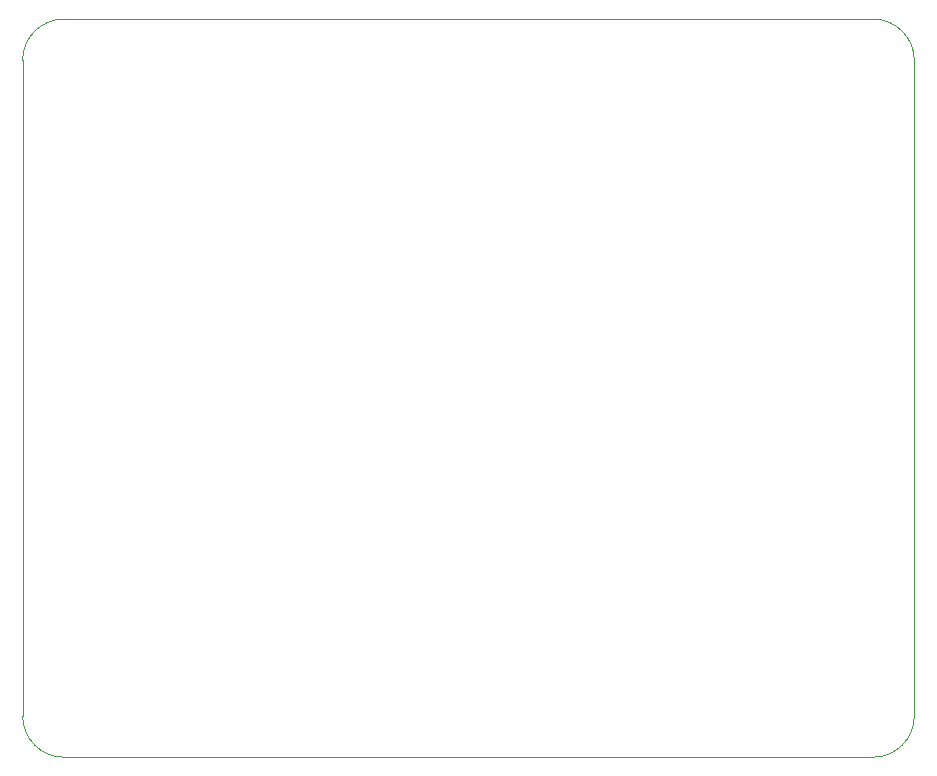
<source format=gbr>
%TF.GenerationSoftware,KiCad,Pcbnew,7.0.7*%
%TF.CreationDate,2023-09-03T16:08:26-07:00*%
%TF.ProjectId,headphone_dac,68656164-7068-46f6-9e65-5f6461632e6b,rev?*%
%TF.SameCoordinates,Original*%
%TF.FileFunction,Profile,NP*%
%FSLAX46Y46*%
G04 Gerber Fmt 4.6, Leading zero omitted, Abs format (unit mm)*
G04 Created by KiCad (PCBNEW 7.0.7) date 2023-09-03 16:08:26*
%MOMM*%
%LPD*%
G01*
G04 APERTURE LIST*
%TA.AperFunction,Profile*%
%ADD10C,0.050000*%
%TD*%
G04 APERTURE END LIST*
D10*
X88500000Y-151500000D02*
X88500000Y-96000000D01*
X160500000Y-155000000D02*
G75*
G03*
X164000000Y-151500000I0J3500000D01*
G01*
X92000000Y-92500000D02*
X160500000Y-92500000D01*
X160500000Y-155000000D02*
X92000000Y-155000000D01*
X92000000Y-92500000D02*
G75*
G03*
X88500000Y-96000000I0J-3500000D01*
G01*
X164000000Y-96000000D02*
G75*
G03*
X160500000Y-92500000I-3500000J0D01*
G01*
X88500000Y-151500000D02*
G75*
G03*
X92000000Y-155000000I3500000J0D01*
G01*
X164000000Y-96000000D02*
X164000000Y-151500000D01*
M02*

</source>
